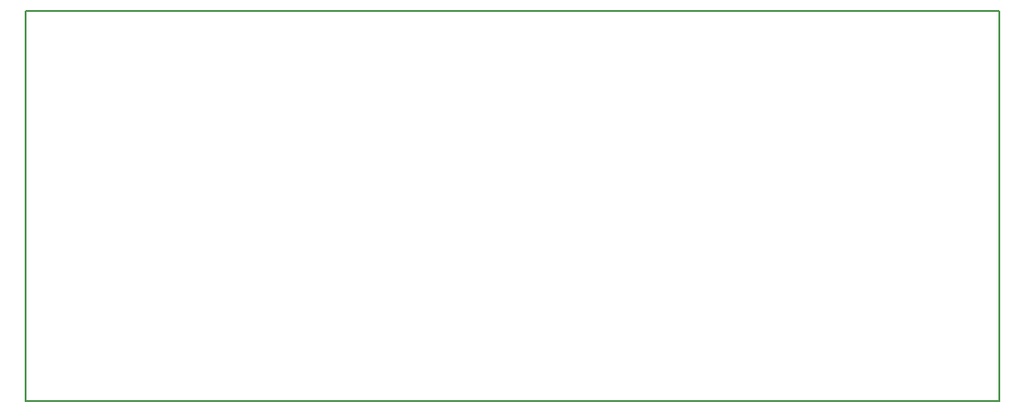
<source format=gm1>
G04 #@! TF.FileFunction,Profile,NP*
%FSLAX46Y46*%
G04 Gerber Fmt 4.6, Leading zero omitted, Abs format (unit mm)*
G04 Created by KiCad (PCBNEW 4.0.6+dfsg1-1) date Mon Feb 26 19:32:00 2018*
%MOMM*%
%LPD*%
G01*
G04 APERTURE LIST*
%ADD10C,0.100000*%
%ADD11C,0.150000*%
G04 APERTURE END LIST*
D10*
D11*
X90246200Y36271200D02*
X90246200Y76200D01*
X76200Y36271200D02*
X90246200Y36271200D01*
X76200Y76200D02*
X76200Y36271200D01*
X90246200Y76200D02*
X76200Y76200D01*
M02*

</source>
